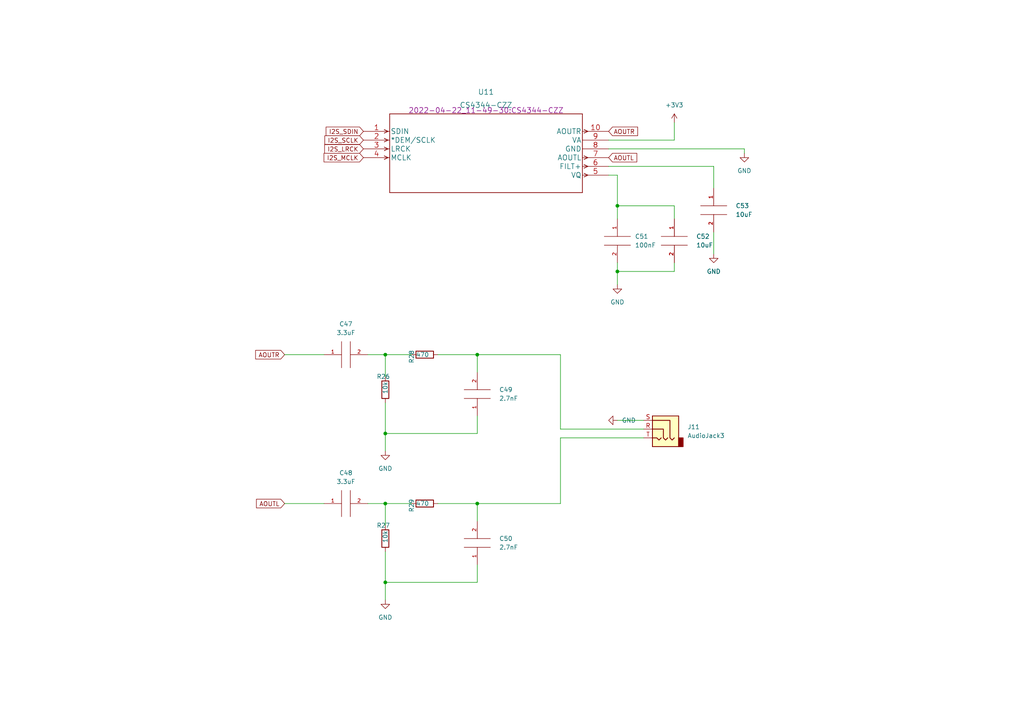
<source format=kicad_sch>
(kicad_sch (version 20211123) (generator eeschema)
  (paper "A4")
  (lib_symbols
    (symbol "2022-04-22_11-49-30:CS4344-CZZ" (pin_names (offset 0.254))
      (property "Reference" "U" (at 35.56 10.16 0))
      (property "Value" "CS4344-CZZ" (at 35.56 7.62 0))
      (symbol "CS4344-CZZ_1_1"
        (polyline (pts (xy 7.112 -7.62) (xy 6.0452 -8.128)) (stroke (width 0.2032)))
        (polyline (pts (xy 7.112 -7.62) (xy 6.0452 -7.112)) (stroke (width 0.2032)))
        (polyline (pts (xy 7.112 -5.08) (xy 6.0452 -5.588)) (stroke (width 0.2032)))
        (polyline (pts (xy 7.112 -5.08) (xy 6.0452 -4.572)) (stroke (width 0.2032)))
        (polyline (pts (xy 7.112 -2.54) (xy 6.0452 -3.048)) (stroke (width 0.2032)))
        (polyline (pts (xy 7.112 -2.54) (xy 6.0452 -2.032)) (stroke (width 0.2032)))
        (polyline (pts (xy 7.112 0) (xy 6.0452 -0.508)) (stroke (width 0.2032)))
        (polyline (pts (xy 7.112 0) (xy 6.0452 0.508)) (stroke (width 0.2032)))
        (polyline (pts (xy 7.62 -17.78) (xy 63.5 -17.78)) (stroke (width 0.2032)))
        (polyline (pts (xy 7.62 5.08) (xy 7.62 -17.78)) (stroke (width 0.2032)))
        (polyline (pts (xy 63.5 -17.78) (xy 63.5 5.08)) (stroke (width 0.2032)))
        (polyline (pts (xy 63.5 5.08) (xy 7.62 5.08)) (stroke (width 0.2032)))
        (polyline (pts (xy 64.008 -13.208) (xy 65.0748 -12.7)) (stroke (width 0.2032)))
        (polyline (pts (xy 64.008 -12.192) (xy 65.0748 -12.7)) (stroke (width 0.2032)))
        (polyline (pts (xy 64.008 -10.668) (xy 65.0748 -10.16)) (stroke (width 0.2032)))
        (polyline (pts (xy 64.008 -9.652) (xy 65.0748 -10.16)) (stroke (width 0.2032)))
        (polyline (pts (xy 64.008 -8.128) (xy 65.0748 -7.62)) (stroke (width 0.2032)))
        (polyline (pts (xy 64.008 -7.112) (xy 65.0748 -7.62)) (stroke (width 0.2032)))
        (polyline (pts (xy 64.008 -0.508) (xy 65.0748 0)) (stroke (width 0.2032)))
        (polyline (pts (xy 64.008 0.508) (xy 65.0748 0)) (stroke (width 0.2032)))
        (pin input line (at 0 0 0) (length 7.62) (name "SDIN") (number "1"))
        (pin output line (at 71.12 0 180) (length 7.62) (name "AOUTR") (number "10"))
        (pin input line (at 0 -2.54 0) (length 7.62) (name "*DEM/SCLK") (number "2"))
        (pin input line (at 0 -5.08 0) (length 7.62) (name "LRCK") (number "3"))
        (pin input line (at 0 -7.62 0) (length 7.62) (name "MCLK") (number "4"))
        (pin output line (at 71.12 -12.7 180) (length 7.62) (name "VQ") (number "5"))
        (pin output line (at 71.12 -10.16 180) (length 7.62) (name "FILT+") (number "6"))
        (pin output line (at 71.12 -7.62 180) (length 7.62) (name "AOUTL") (number "7"))
        (pin power_in line (at 71.12 -5.08 180) (length 7.62) (name "GND") (number "8"))
        (pin power_in line (at 71.12 -2.54 180) (length 7.62) (name "VA") (number "9"))
      )
    )
    (symbol "Connector:AudioJack3"
      (property "Reference" "J" (at 0 8.89 0))
      (property "Value" "AudioJack3" (at 0 6.35 0))
      (symbol "AudioJack3_0_1"
        (rectangle (start -5.08 -5.08) (end -6.35 -2.54) (stroke (width 0.254)) (fill (type outline)))
        (polyline (pts (xy 0 -2.54) (xy 0.635 -3.175) (xy 1.27 -2.54) (xy 2.54 -2.54)) (stroke (width 0.254)))
        (polyline (pts (xy -1.905 -2.54) (xy -1.27 -3.175) (xy -0.635 -2.54) (xy -0.635 0) (xy 2.54 0)) (stroke (width 0.254)))
        (polyline (pts (xy 2.54 2.54) (xy -2.54 2.54) (xy -2.54 -2.54) (xy -3.175 -3.175) (xy -3.81 -2.54)) (stroke (width 0.254)))
        (rectangle (start 2.54 3.81) (end -5.08 -5.08) (stroke (width 0.254)) (fill (type background)))
      )
      (symbol "AudioJack3_1_1"
        (pin passive line (at 5.08 0 180) (length 2.54) (name "~") (number "R"))
        (pin passive line (at 5.08 2.54 180) (length 2.54) (name "~") (number "S"))
        (pin passive line (at 5.08 -2.54 180) (length 2.54) (name "~") (number "T"))
      )
    )
    (symbol "Device:R" (pin_numbers hide) (pin_names (offset 0))
      (property "Reference" "R" (at 2.032 0 90))
      (property "Value" "R" (at 0 0 90))
      (symbol "R_0_1"
        (rectangle (start -1.016 -2.54) (end 1.016 2.54) (stroke (width 0.254)))
      )
      (symbol "R_1_1"
        (pin passive line (at 0 3.81 270) (length 1.27) (name "~") (number "1"))
        (pin passive line (at 0 -3.81 90) (length 1.27) (name "~") (number "2"))
      )
    )
    (symbol "power:+3.3V" (power) (pin_names (offset 0))
      (property "Value" "+3.3V" (at 0 3.556 0))
      (symbol "+3.3V_0_1"
        (polyline (pts (xy -0.762 1.27) (xy 0 2.54)))
        (polyline (pts (xy 0 0) (xy 0 2.54)))
        (polyline (pts (xy 0 2.54) (xy 0.762 1.27)))
      )
      (symbol "+3.3V_1_1"
        (pin power_in line (at 0 0 90) (length 0) hide (name "+3V3") (number "1"))
      )
    )
    (symbol "power:GND" (power) (pin_names (offset 0))
      (property "Value" "GND" (at 0 -3.81 0))
      (symbol "GND_0_1"
        (polyline (pts (xy 0 0) (xy 0 -1.27) (xy 1.27 -1.27) (xy 0 -2.54) (xy -1.27 -1.27) (xy 0 -1.27)))
      )
      (symbol "GND_1_1"
        (pin power_in line (at 0 0 270) (length 0) hide (name "GND") (number "1"))
      )
    )
    (symbol "pspice:C" (pin_names (offset 0.254))
      (property "Reference" "C" (at 2.54 3.81 90))
      (property "Value" "C" (at 2.54 -3.81 90))
      (symbol "C_0_1"
        (polyline (pts (xy -3.81 -1.27) (xy 3.81 -1.27)))
        (polyline (pts (xy -3.81 1.27) (xy 3.81 1.27)))
      )
      (symbol "C_1_1"
        (pin passive line (at 0 6.35 270) (length 5.08) (name "~") (number "1"))
        (pin passive line (at 0 -6.35 90) (length 5.08) (name "~") (number "2"))
      )
    )
  )
  (junction (at 179.07 78.74))
  (junction (at 111.76 102.87))
  (junction (at 179.07 59.69))
  (junction (at 111.76 125.73))
  (junction (at 138.43 102.87))
  (junction (at 111.76 168.91))
  (junction (at 111.76 146.05))
  (junction (at 138.43 146.05))
  (wire (pts (xy 195.58 63.5) (xy 195.58 59.69)))
  (wire (pts (xy 111.76 125.73) (xy 111.76 130.81)))
  (wire (pts (xy 186.69 121.92) (xy 179.07 121.92)))
  (wire (pts (xy 162.56 127) (xy 162.56 146.05)))
  (wire (pts (xy 106.68 102.87) (xy 111.76 102.87)))
  (wire (pts (xy 138.43 151.13) (xy 138.43 146.05)))
  (wire (pts (xy 138.43 125.73) (xy 111.76 125.73)))
  (wire (pts (xy 138.43 120.65) (xy 138.43 125.73)))
  (wire (pts (xy 138.43 168.91) (xy 111.76 168.91)))
  (wire (pts (xy 179.07 76.2) (xy 179.07 78.74)))
  (wire (pts (xy 111.76 168.91) (xy 111.76 160.02)))
  (wire (pts (xy 111.76 168.91) (xy 111.76 173.99)))
  (wire (pts (xy 176.53 48.26) (xy 207.01 48.26)))
  (wire (pts (xy 162.56 124.46) (xy 186.69 124.46)))
  (wire (pts (xy 179.07 59.69) (xy 195.58 59.69)))
  (wire (pts (xy 138.43 107.95) (xy 138.43 102.87)))
  (wire (pts (xy 111.76 146.05) (xy 111.76 152.4)))
  (wire (pts (xy 162.56 124.46) (xy 162.56 102.87)))
  (wire (pts (xy 138.43 163.83) (xy 138.43 168.91)))
  (wire (pts (xy 176.53 50.8) (xy 179.07 50.8)))
  (wire (pts (xy 111.76 102.87) (xy 111.76 109.22)))
  (wire (pts (xy 111.76 146.05) (xy 119.38 146.05)))
  (wire (pts (xy 207.01 67.31) (xy 207.01 73.66)))
  (wire (pts (xy 215.9 43.18) (xy 215.9 44.45)))
  (wire (pts (xy 111.76 102.87) (xy 119.38 102.87)))
  (wire (pts (xy 207.01 48.26) (xy 207.01 54.61)))
  (wire (pts (xy 195.58 78.74) (xy 179.07 78.74)))
  (wire (pts (xy 195.58 35.56) (xy 195.58 40.64)))
  (wire (pts (xy 111.76 125.73) (xy 111.76 116.84)))
  (wire (pts (xy 82.55 102.87) (xy 93.98 102.87)))
  (wire (pts (xy 179.07 78.74) (xy 179.07 82.55)))
  (wire (pts (xy 176.53 43.18) (xy 215.9 43.18)))
  (wire (pts (xy 82.55 146.05) (xy 93.98 146.05)))
  (wire (pts (xy 138.43 102.87) (xy 162.56 102.87)))
  (wire (pts (xy 106.68 146.05) (xy 111.76 146.05)))
  (wire (pts (xy 138.43 102.87) (xy 127 102.87)))
  (wire (pts (xy 179.07 59.69) (xy 179.07 63.5)))
  (wire (pts (xy 195.58 76.2) (xy 195.58 78.74)))
  (wire (pts (xy 162.56 127) (xy 186.69 127)))
  (wire (pts (xy 176.53 40.64) (xy 195.58 40.64)))
  (wire (pts (xy 138.43 146.05) (xy 127 146.05)))
  (wire (pts (xy 138.43 146.05) (xy 162.56 146.05)))
  (wire (pts (xy 179.07 50.8) (xy 179.07 59.69)))
  (global_label "AOUTR" (shape input) (at 82.55 102.87 180) (property "Intersheet References" "${INTERSHEET_REFS}" (effects hide)))
  (global_label "AOUTR" (shape input) (at 176.53 38.1 0) (property "Intersheet References" "${INTERSHEET_REFS}" (effects hide)))
  (global_label "I2S_SDIN" (shape input) (at 105.41 38.1 180) (property "Intersheet References" "${INTERSHEET_REFS}" (effects hide)))
  (global_label "I2S_MCLK" (shape input) (at 105.41 45.72 180) (property "Intersheet References" "${INTERSHEET_REFS}" (effects hide)))
  (global_label "I2S_LRCK" (shape input) (at 105.41 43.18 180) (property "Intersheet References" "${INTERSHEET_REFS}" (effects hide)))
  (global_label "I2S_SCLK" (shape input) (at 105.41 40.64 180) (property "Intersheet References" "${INTERSHEET_REFS}" (effects hide)))
  (global_label "AOUTL" (shape input) (at 82.55 146.05 180) (property "Intersheet References" "${INTERSHEET_REFS}" (effects hide)))
  (global_label "AOUTL" (shape input) (at 176.53 45.72 0) (property "Intersheet References" "${INTERSHEET_REFS}" (effects hide)))
  (symbol (lib_id "power:GND") (at 207.01 73.66 0) (unit 1)
    (property "Reference" "#PWR0174" (effects hide))
    (property "Value" "GND" (at 207.01 78.74 0))
  )
  (symbol (lib_id "pspice:C") (at 179.07 69.85 0) (unit 1)
    (property "Reference" "C51" (at 184.15 68.5799 0) (effects (justify left)))
    (property "Value" "100nF" (at 184.15 71.1199 0) (effects (justify left)))
    (property "Footprint" "Capacitor_SMD:C_0805_2012Metric_Pad1.18x1.45mm_HandSolder" (effects hide))
  )
  (symbol (lib_id "pspice:C") (at 100.33 102.87 90) (unit 1)
    (property "Reference" "C47" (at 100.33 93.98 90))
    (property "Value" "3.3uF" (at 100.33 96.52 90))
    (property "Footprint" "Capacitor_SMD:C_0805_2012Metric_Pad1.18x1.45mm_HandSolder" (effects hide))
  )
  (symbol (lib_id "pspice:C") (at 207.01 60.96 0) (unit 1)
    (property "Reference" "C53" (at 213.36 59.6899 0) (effects (justify left)))
    (property "Value" "10uF" (at 213.36 62.2299 0) (effects (justify left)))
    (property "Footprint" "Capacitor_SMD:C_0805_2012Metric_Pad1.18x1.45mm_HandSolder" (effects hide))
  )
  (symbol (lib_id "power:+3.3V") (at 195.58 35.56 0) (unit 1)
    (property "Reference" "#PWR0176" (effects hide))
    (property "Value" "+3.3V" (at 195.58 30.48 0))
  )
  (symbol (lib_id "power:GND") (at 111.76 173.99 0) (unit 1)
    (property "Reference" "#PWR0178" (effects hide))
    (property "Value" "GND" (at 111.76 179.07 0))
  )
  (symbol (lib_id "Device:R") (at 111.76 113.03 0) (unit 1)
    (property "Reference" "R26" (at 109.22 109.22 0) (effects (justify left)))
    (property "Value" "10k" (at 111.76 114.3 90) (effects (justify left)))
    (property "Footprint" "Resistor_SMD:R_0805_2012Metric_Pad1.20x1.40mm_HandSolder" (effects hide))
  )
  (symbol (lib_id "pspice:C") (at 138.43 114.3 180) (unit 1)
    (property "Reference" "C49" (at 144.78 113.0299 0) (effects (justify right)))
    (property "Value" "2.7nF" (at 144.78 115.5699 0) (effects (justify right)))
    (property "Footprint" "Capacitor_SMD:C_0805_2012Metric_Pad1.18x1.45mm_HandSolder" (effects hide))
  )
  (symbol (lib_id "power:GND") (at 179.07 82.55 0) (unit 1)
    (property "Reference" "#PWR0175" (effects hide))
    (property "Value" "GND" (at 179.07 87.63 0))
  )
  (symbol (lib_id "Device:R") (at 111.76 156.21 0) (unit 1)
    (property "Reference" "R27" (at 109.22 152.4 0) (effects (justify left)))
    (property "Value" "10k" (at 111.76 157.48 90) (effects (justify left)))
    (property "Footprint" "Resistor_SMD:R_0805_2012Metric_Pad1.20x1.40mm_HandSolder" (effects hide))
  )
  (symbol (lib_id "power:GND") (at 179.07 121.92 270) (unit 1)
    (property "Reference" "#PWR0177" (effects hide))
    (property "Value" "GND" (at 180.34 121.9199 90) (effects (justify left)))
  )
  (symbol (lib_id "pspice:C") (at 138.43 157.48 180) (unit 1)
    (property "Reference" "C50" (at 144.78 156.2099 0) (effects (justify right)))
    (property "Value" "2.7nF" (at 144.78 158.7499 0) (effects (justify right)))
    (property "Footprint" "Capacitor_SMD:C_0805_2012Metric_Pad1.18x1.45mm_HandSolder" (effects hide))
  )
  (symbol (lib_id "Device:R") (at 123.19 146.05 90) (unit 1)
    (property "Reference" "R29" (at 119.38 148.59 0) (effects (justify left)))
    (property "Value" "470" (at 124.46 146.05 90) (effects (justify left)))
    (property "Footprint" "Resistor_SMD:R_0805_2012Metric_Pad1.20x1.40mm_HandSolder" (effects hide))
  )
  (symbol (lib_id "Device:R") (at 123.19 102.87 90) (unit 1)
    (property "Reference" "R28" (at 119.38 105.41 0) (effects (justify left)))
    (property "Value" "470" (at 124.46 102.87 90) (effects (justify left)))
    (property "Footprint" "Resistor_SMD:R_0805_2012Metric_Pad1.20x1.40mm_HandSolder" (effects hide))
  )
  (symbol (lib_id "pspice:C") (at 100.33 146.05 90) (unit 1)
    (property "Reference" "C48" (at 100.33 137.16 90))
    (property "Value" "3.3uF" (at 100.33 139.7 90))
    (property "Footprint" "Capacitor_SMD:C_0805_2012Metric_Pad1.18x1.45mm_HandSolder" (effects hide))
  )
  (symbol (lib_id "pspice:C") (at 195.58 69.85 0) (unit 1)
    (property "Reference" "C52" (at 201.93 68.5799 0) (effects (justify left)))
    (property "Value" "10uF" (at 201.93 71.1199 0) (effects (justify left)))
    (property "Footprint" "Capacitor_SMD:C_0805_2012Metric_Pad1.18x1.45mm_HandSolder" (effects hide))
  )
  (symbol (lib_id "Connector:AudioJack3") (at 191.77 124.46 0) (mirror y) (unit 1)
    (property "Reference" "J11" (at 199.39 123.8249 0) (effects (justify right)))
    (property "Value" "AudioJack3" (at 199.39 126.3649 0) (effects (justify right)))
    (property "Footprint" "Connector_Audio:Jack_3.5mm_CUI_SJ-3523-SMT_Horizontal" (effects hide))
  )
  (symbol (lib_id "power:GND") (at 111.76 130.81 0) (unit 1)
    (property "Reference" "#PWR0179" (effects hide))
    (property "Value" "GND" (at 111.76 135.89 0))
  )
  (symbol (lib_id "2022-04-22_11-49-30:CS4344-CZZ") (at 105.41 38.1 0) (unit 1)
    (property "Reference" "U11" (at 140.97 26.67 0) (effects (font (size 1.524 1.524))))
    (property "Value" "CS4344-CZZ" (at 140.97 30.48 0) (effects (font (size 1.524 1.524))))
    (property "Footprint" "2022-04-22_11-49-30:CS4344-CZZ" (at 140.97 32.004 0) (effects (font (size 1.524 1.524))))
  )
  (symbol (lib_id "power:GND") (at 215.9 44.45 0) (unit 1)
    (property "Reference" "#PWR0173" (effects hide))
    (property "Value" "GND" (at 215.9 49.53 0))
  )
)
</source>
